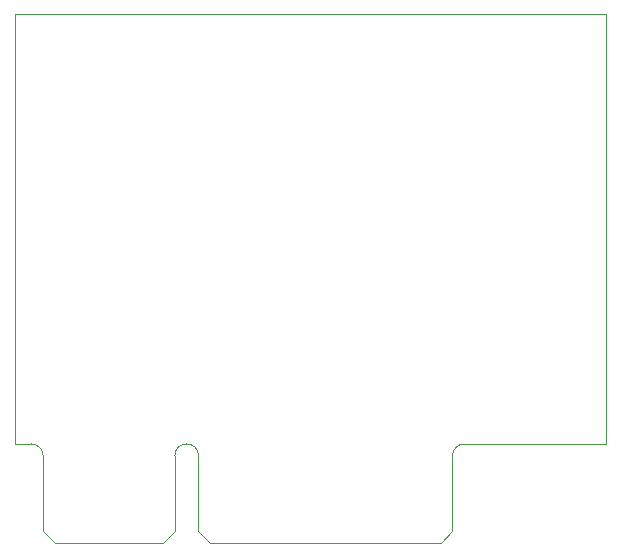
<source format=gm1>
G04 #@! TF.FileFunction,Profile,NP*
%FSLAX46Y46*%
G04 Gerber Fmt 4.6, Leading zero omitted, Abs format (unit mm)*
G04 Created by KiCad (PCBNEW 4.0.7) date 09/09/17 19:38:47*
%MOMM*%
%LPD*%
G01*
G04 APERTURE LIST*
%ADD10C,0.100000*%
G04 APERTURE END LIST*
D10*
X137927358Y-135315553D02*
X137927358Y-135715553D01*
X126777358Y-135715553D02*
X126777358Y-135315553D01*
X127777358Y-136715553D02*
X126777358Y-135715553D01*
X136927358Y-136715553D02*
X127777358Y-136715553D01*
X137927358Y-135715553D02*
X136927358Y-136715553D01*
X161427358Y-135315553D02*
X161427358Y-135715553D01*
X139927358Y-135715553D02*
X139927358Y-135315553D01*
X140927358Y-136715553D02*
X139927358Y-135715553D01*
X160427358Y-136715553D02*
X140927358Y-136715553D01*
X161427358Y-135715553D02*
X160427358Y-136715553D01*
X124427358Y-91915553D02*
X174427358Y-91915553D01*
X174427358Y-128315553D02*
X174427358Y-91915553D01*
X174427358Y-128315553D02*
X162427358Y-128315553D01*
X124427358Y-128315553D02*
X124427358Y-91915553D01*
X125777358Y-128315553D02*
X124427358Y-128315553D01*
X125777358Y-128315553D02*
G75*
G02X126777358Y-129315553I0J-1000000D01*
G01*
X126777358Y-135315553D02*
X126777358Y-129315553D01*
X137927358Y-129315553D02*
X137927358Y-135315553D01*
X137927358Y-129315553D02*
G75*
G02X139927358Y-129315553I1000000J0D01*
G01*
X139927358Y-135315553D02*
X139927358Y-129315553D01*
X161427358Y-129315553D02*
X161427358Y-135315553D01*
X161427358Y-129315553D02*
G75*
G02X162427358Y-128315553I1000000J0D01*
G01*
M02*

</source>
